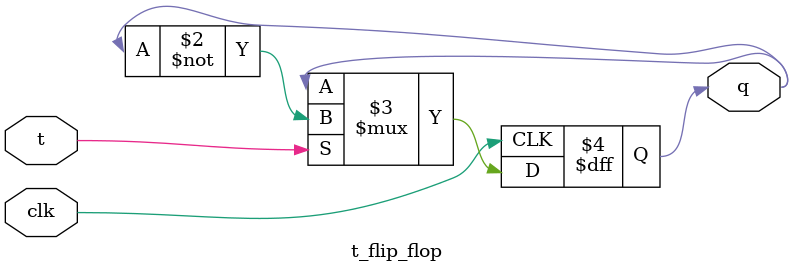
<source format=v>


module FlipFlops (
  input CLK,
  input SET_BAR,  
  input RST_BAR,
  input D,
  input T,  
  output Q,
  output Q_BAR
);

// uncomment each flip-flop to test and comment out all the others

// 74HC74 flip-flop test
   d_flip_flop_set_clear_q_bar  HC74(.d(D), .clk(CLK), .s_bar(SET_BAR), .r_bar(RST_BAR), .q(Q), .q_bar(Q_BAR));

// D flip-flop divide by 2
// d_flip_flop D_FF(.d(Q_BAR), .clk(CLK), .q(Q)); assign Q_BAR = ~Q;

// T flip-flop made from D flip-flop
// d_flip_flop D_FF(.d(T ^ Q), .clk(CLK), .q(Q)); assign Q_BAR = ~Q;

// Test T flip-flop made
// t_flip_flop T_FF(.t(T), .clk(CLK), .q(Q)); assign Q_BAR = ~Q;

endmodule


  
///////////////////////////////////////////////////////////////
// Basic D flip-flop
module d_flip_flop(
  input d,
  input clk,
  output reg q
  );

  always @(posedge clk)
  begin
    q <= d;
  end
endmodule

///////////////////////////////////////////////////////////////
// Design for 74HC74 equivalent flip-flop
module d_flip_flop_set_clear_q_bar(
  input d,
  input clk,
  input s_bar,
  input r_bar,
  output reg q,
  output q_bar
);

  assign q_bar = !q;  // use combinational logic for inverted output

  always @(posedge clk or negedge s_bar or negedge r_bar)
  begin
    if (!r_bar)
      q <= 1'b0;
    else
  	  if (!s_bar)
        q <= 1'b1;
    else
      q <= d;
  end
endmodule

///////////////////////////////////////////////////////////////
// T flip-flop
module t_flip_flop(
  input t,
  input clk,
  output reg q
  );

  always @(posedge clk)
  begin
    q <= t ? ~q : q;
  end
endmodule

</source>
